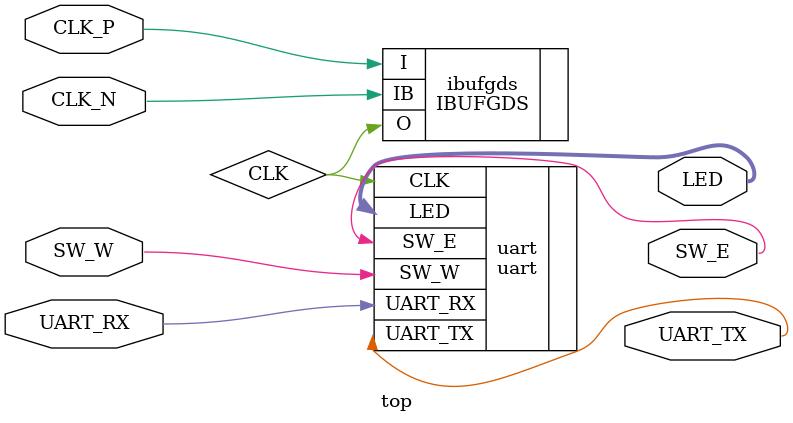
<source format=sv>
module top (
  input logic CLK_P,
  input logic CLK_N,
  input logic UART_RX,
  output logic UART_TX,
  input logic SW_W,
  output logic SW_E,
  output logic[7:0] LED
);
  logic CLK;
  IBUFGDS ibufgds(.I(CLK_P), .IB(CLK_N), .O(CLK));
  uart uart(.CLK(CLK), .SW_W(SW_W), .SW_E(SW_E), .UART_RX(UART_RX), .UART_TX(UART_TX), .LED(LED));
endmodule

</source>
